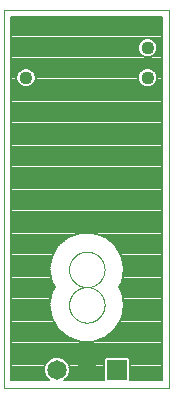
<source format=gbl>
G75*
%MOIN*%
%OFA0B0*%
%FSLAX25Y25*%
%IPPOS*%
%LPD*%
%AMOC8*
5,1,8,0,0,1.08239X$1,22.5*
%
%ADD10C,0.00000*%
%ADD11R,0.06500X0.06500*%
%ADD12C,0.06500*%
%ADD13C,0.04362*%
%ADD14C,0.00700*%
D10*
X0005685Y0001350D02*
X0005685Y0127334D01*
X0060804Y0127334D01*
X0060804Y0001350D01*
X0005685Y0001350D01*
X0027339Y0028909D02*
X0027341Y0029062D01*
X0027347Y0029216D01*
X0027357Y0029369D01*
X0027371Y0029521D01*
X0027389Y0029674D01*
X0027411Y0029825D01*
X0027436Y0029976D01*
X0027466Y0030127D01*
X0027500Y0030277D01*
X0027537Y0030425D01*
X0027578Y0030573D01*
X0027623Y0030719D01*
X0027672Y0030865D01*
X0027725Y0031009D01*
X0027781Y0031151D01*
X0027841Y0031292D01*
X0027905Y0031432D01*
X0027972Y0031570D01*
X0028043Y0031706D01*
X0028118Y0031840D01*
X0028195Y0031972D01*
X0028277Y0032102D01*
X0028361Y0032230D01*
X0028449Y0032356D01*
X0028540Y0032479D01*
X0028634Y0032600D01*
X0028732Y0032718D01*
X0028832Y0032834D01*
X0028936Y0032947D01*
X0029042Y0033058D01*
X0029151Y0033166D01*
X0029263Y0033271D01*
X0029377Y0033372D01*
X0029495Y0033471D01*
X0029614Y0033567D01*
X0029736Y0033660D01*
X0029861Y0033749D01*
X0029988Y0033836D01*
X0030117Y0033918D01*
X0030248Y0033998D01*
X0030381Y0034074D01*
X0030516Y0034147D01*
X0030653Y0034216D01*
X0030792Y0034281D01*
X0030932Y0034343D01*
X0031074Y0034401D01*
X0031217Y0034456D01*
X0031362Y0034507D01*
X0031508Y0034554D01*
X0031655Y0034597D01*
X0031803Y0034636D01*
X0031952Y0034672D01*
X0032102Y0034703D01*
X0032253Y0034731D01*
X0032404Y0034755D01*
X0032557Y0034775D01*
X0032709Y0034791D01*
X0032862Y0034803D01*
X0033015Y0034811D01*
X0033168Y0034815D01*
X0033322Y0034815D01*
X0033475Y0034811D01*
X0033628Y0034803D01*
X0033781Y0034791D01*
X0033933Y0034775D01*
X0034086Y0034755D01*
X0034237Y0034731D01*
X0034388Y0034703D01*
X0034538Y0034672D01*
X0034687Y0034636D01*
X0034835Y0034597D01*
X0034982Y0034554D01*
X0035128Y0034507D01*
X0035273Y0034456D01*
X0035416Y0034401D01*
X0035558Y0034343D01*
X0035698Y0034281D01*
X0035837Y0034216D01*
X0035974Y0034147D01*
X0036109Y0034074D01*
X0036242Y0033998D01*
X0036373Y0033918D01*
X0036502Y0033836D01*
X0036629Y0033749D01*
X0036754Y0033660D01*
X0036876Y0033567D01*
X0036995Y0033471D01*
X0037113Y0033372D01*
X0037227Y0033271D01*
X0037339Y0033166D01*
X0037448Y0033058D01*
X0037554Y0032947D01*
X0037658Y0032834D01*
X0037758Y0032718D01*
X0037856Y0032600D01*
X0037950Y0032479D01*
X0038041Y0032356D01*
X0038129Y0032230D01*
X0038213Y0032102D01*
X0038295Y0031972D01*
X0038372Y0031840D01*
X0038447Y0031706D01*
X0038518Y0031570D01*
X0038585Y0031432D01*
X0038649Y0031292D01*
X0038709Y0031151D01*
X0038765Y0031009D01*
X0038818Y0030865D01*
X0038867Y0030719D01*
X0038912Y0030573D01*
X0038953Y0030425D01*
X0038990Y0030277D01*
X0039024Y0030127D01*
X0039054Y0029976D01*
X0039079Y0029825D01*
X0039101Y0029674D01*
X0039119Y0029521D01*
X0039133Y0029369D01*
X0039143Y0029216D01*
X0039149Y0029062D01*
X0039151Y0028909D01*
X0039149Y0028756D01*
X0039143Y0028602D01*
X0039133Y0028449D01*
X0039119Y0028297D01*
X0039101Y0028144D01*
X0039079Y0027993D01*
X0039054Y0027842D01*
X0039024Y0027691D01*
X0038990Y0027541D01*
X0038953Y0027393D01*
X0038912Y0027245D01*
X0038867Y0027099D01*
X0038818Y0026953D01*
X0038765Y0026809D01*
X0038709Y0026667D01*
X0038649Y0026526D01*
X0038585Y0026386D01*
X0038518Y0026248D01*
X0038447Y0026112D01*
X0038372Y0025978D01*
X0038295Y0025846D01*
X0038213Y0025716D01*
X0038129Y0025588D01*
X0038041Y0025462D01*
X0037950Y0025339D01*
X0037856Y0025218D01*
X0037758Y0025100D01*
X0037658Y0024984D01*
X0037554Y0024871D01*
X0037448Y0024760D01*
X0037339Y0024652D01*
X0037227Y0024547D01*
X0037113Y0024446D01*
X0036995Y0024347D01*
X0036876Y0024251D01*
X0036754Y0024158D01*
X0036629Y0024069D01*
X0036502Y0023982D01*
X0036373Y0023900D01*
X0036242Y0023820D01*
X0036109Y0023744D01*
X0035974Y0023671D01*
X0035837Y0023602D01*
X0035698Y0023537D01*
X0035558Y0023475D01*
X0035416Y0023417D01*
X0035273Y0023362D01*
X0035128Y0023311D01*
X0034982Y0023264D01*
X0034835Y0023221D01*
X0034687Y0023182D01*
X0034538Y0023146D01*
X0034388Y0023115D01*
X0034237Y0023087D01*
X0034086Y0023063D01*
X0033933Y0023043D01*
X0033781Y0023027D01*
X0033628Y0023015D01*
X0033475Y0023007D01*
X0033322Y0023003D01*
X0033168Y0023003D01*
X0033015Y0023007D01*
X0032862Y0023015D01*
X0032709Y0023027D01*
X0032557Y0023043D01*
X0032404Y0023063D01*
X0032253Y0023087D01*
X0032102Y0023115D01*
X0031952Y0023146D01*
X0031803Y0023182D01*
X0031655Y0023221D01*
X0031508Y0023264D01*
X0031362Y0023311D01*
X0031217Y0023362D01*
X0031074Y0023417D01*
X0030932Y0023475D01*
X0030792Y0023537D01*
X0030653Y0023602D01*
X0030516Y0023671D01*
X0030381Y0023744D01*
X0030248Y0023820D01*
X0030117Y0023900D01*
X0029988Y0023982D01*
X0029861Y0024069D01*
X0029736Y0024158D01*
X0029614Y0024251D01*
X0029495Y0024347D01*
X0029377Y0024446D01*
X0029263Y0024547D01*
X0029151Y0024652D01*
X0029042Y0024760D01*
X0028936Y0024871D01*
X0028832Y0024984D01*
X0028732Y0025100D01*
X0028634Y0025218D01*
X0028540Y0025339D01*
X0028449Y0025462D01*
X0028361Y0025588D01*
X0028277Y0025716D01*
X0028195Y0025846D01*
X0028118Y0025978D01*
X0028043Y0026112D01*
X0027972Y0026248D01*
X0027905Y0026386D01*
X0027841Y0026526D01*
X0027781Y0026667D01*
X0027725Y0026809D01*
X0027672Y0026953D01*
X0027623Y0027099D01*
X0027578Y0027245D01*
X0027537Y0027393D01*
X0027500Y0027541D01*
X0027466Y0027691D01*
X0027436Y0027842D01*
X0027411Y0027993D01*
X0027389Y0028144D01*
X0027371Y0028297D01*
X0027357Y0028449D01*
X0027347Y0028602D01*
X0027341Y0028756D01*
X0027339Y0028909D01*
X0027339Y0040720D02*
X0027341Y0040873D01*
X0027347Y0041027D01*
X0027357Y0041180D01*
X0027371Y0041332D01*
X0027389Y0041485D01*
X0027411Y0041636D01*
X0027436Y0041787D01*
X0027466Y0041938D01*
X0027500Y0042088D01*
X0027537Y0042236D01*
X0027578Y0042384D01*
X0027623Y0042530D01*
X0027672Y0042676D01*
X0027725Y0042820D01*
X0027781Y0042962D01*
X0027841Y0043103D01*
X0027905Y0043243D01*
X0027972Y0043381D01*
X0028043Y0043517D01*
X0028118Y0043651D01*
X0028195Y0043783D01*
X0028277Y0043913D01*
X0028361Y0044041D01*
X0028449Y0044167D01*
X0028540Y0044290D01*
X0028634Y0044411D01*
X0028732Y0044529D01*
X0028832Y0044645D01*
X0028936Y0044758D01*
X0029042Y0044869D01*
X0029151Y0044977D01*
X0029263Y0045082D01*
X0029377Y0045183D01*
X0029495Y0045282D01*
X0029614Y0045378D01*
X0029736Y0045471D01*
X0029861Y0045560D01*
X0029988Y0045647D01*
X0030117Y0045729D01*
X0030248Y0045809D01*
X0030381Y0045885D01*
X0030516Y0045958D01*
X0030653Y0046027D01*
X0030792Y0046092D01*
X0030932Y0046154D01*
X0031074Y0046212D01*
X0031217Y0046267D01*
X0031362Y0046318D01*
X0031508Y0046365D01*
X0031655Y0046408D01*
X0031803Y0046447D01*
X0031952Y0046483D01*
X0032102Y0046514D01*
X0032253Y0046542D01*
X0032404Y0046566D01*
X0032557Y0046586D01*
X0032709Y0046602D01*
X0032862Y0046614D01*
X0033015Y0046622D01*
X0033168Y0046626D01*
X0033322Y0046626D01*
X0033475Y0046622D01*
X0033628Y0046614D01*
X0033781Y0046602D01*
X0033933Y0046586D01*
X0034086Y0046566D01*
X0034237Y0046542D01*
X0034388Y0046514D01*
X0034538Y0046483D01*
X0034687Y0046447D01*
X0034835Y0046408D01*
X0034982Y0046365D01*
X0035128Y0046318D01*
X0035273Y0046267D01*
X0035416Y0046212D01*
X0035558Y0046154D01*
X0035698Y0046092D01*
X0035837Y0046027D01*
X0035974Y0045958D01*
X0036109Y0045885D01*
X0036242Y0045809D01*
X0036373Y0045729D01*
X0036502Y0045647D01*
X0036629Y0045560D01*
X0036754Y0045471D01*
X0036876Y0045378D01*
X0036995Y0045282D01*
X0037113Y0045183D01*
X0037227Y0045082D01*
X0037339Y0044977D01*
X0037448Y0044869D01*
X0037554Y0044758D01*
X0037658Y0044645D01*
X0037758Y0044529D01*
X0037856Y0044411D01*
X0037950Y0044290D01*
X0038041Y0044167D01*
X0038129Y0044041D01*
X0038213Y0043913D01*
X0038295Y0043783D01*
X0038372Y0043651D01*
X0038447Y0043517D01*
X0038518Y0043381D01*
X0038585Y0043243D01*
X0038649Y0043103D01*
X0038709Y0042962D01*
X0038765Y0042820D01*
X0038818Y0042676D01*
X0038867Y0042530D01*
X0038912Y0042384D01*
X0038953Y0042236D01*
X0038990Y0042088D01*
X0039024Y0041938D01*
X0039054Y0041787D01*
X0039079Y0041636D01*
X0039101Y0041485D01*
X0039119Y0041332D01*
X0039133Y0041180D01*
X0039143Y0041027D01*
X0039149Y0040873D01*
X0039151Y0040720D01*
X0039149Y0040567D01*
X0039143Y0040413D01*
X0039133Y0040260D01*
X0039119Y0040108D01*
X0039101Y0039955D01*
X0039079Y0039804D01*
X0039054Y0039653D01*
X0039024Y0039502D01*
X0038990Y0039352D01*
X0038953Y0039204D01*
X0038912Y0039056D01*
X0038867Y0038910D01*
X0038818Y0038764D01*
X0038765Y0038620D01*
X0038709Y0038478D01*
X0038649Y0038337D01*
X0038585Y0038197D01*
X0038518Y0038059D01*
X0038447Y0037923D01*
X0038372Y0037789D01*
X0038295Y0037657D01*
X0038213Y0037527D01*
X0038129Y0037399D01*
X0038041Y0037273D01*
X0037950Y0037150D01*
X0037856Y0037029D01*
X0037758Y0036911D01*
X0037658Y0036795D01*
X0037554Y0036682D01*
X0037448Y0036571D01*
X0037339Y0036463D01*
X0037227Y0036358D01*
X0037113Y0036257D01*
X0036995Y0036158D01*
X0036876Y0036062D01*
X0036754Y0035969D01*
X0036629Y0035880D01*
X0036502Y0035793D01*
X0036373Y0035711D01*
X0036242Y0035631D01*
X0036109Y0035555D01*
X0035974Y0035482D01*
X0035837Y0035413D01*
X0035698Y0035348D01*
X0035558Y0035286D01*
X0035416Y0035228D01*
X0035273Y0035173D01*
X0035128Y0035122D01*
X0034982Y0035075D01*
X0034835Y0035032D01*
X0034687Y0034993D01*
X0034538Y0034957D01*
X0034388Y0034926D01*
X0034237Y0034898D01*
X0034086Y0034874D01*
X0033933Y0034854D01*
X0033781Y0034838D01*
X0033628Y0034826D01*
X0033475Y0034818D01*
X0033322Y0034814D01*
X0033168Y0034814D01*
X0033015Y0034818D01*
X0032862Y0034826D01*
X0032709Y0034838D01*
X0032557Y0034854D01*
X0032404Y0034874D01*
X0032253Y0034898D01*
X0032102Y0034926D01*
X0031952Y0034957D01*
X0031803Y0034993D01*
X0031655Y0035032D01*
X0031508Y0035075D01*
X0031362Y0035122D01*
X0031217Y0035173D01*
X0031074Y0035228D01*
X0030932Y0035286D01*
X0030792Y0035348D01*
X0030653Y0035413D01*
X0030516Y0035482D01*
X0030381Y0035555D01*
X0030248Y0035631D01*
X0030117Y0035711D01*
X0029988Y0035793D01*
X0029861Y0035880D01*
X0029736Y0035969D01*
X0029614Y0036062D01*
X0029495Y0036158D01*
X0029377Y0036257D01*
X0029263Y0036358D01*
X0029151Y0036463D01*
X0029042Y0036571D01*
X0028936Y0036682D01*
X0028832Y0036795D01*
X0028732Y0036911D01*
X0028634Y0037029D01*
X0028540Y0037150D01*
X0028449Y0037273D01*
X0028361Y0037399D01*
X0028277Y0037527D01*
X0028195Y0037657D01*
X0028118Y0037789D01*
X0028043Y0037923D01*
X0027972Y0038059D01*
X0027905Y0038197D01*
X0027841Y0038337D01*
X0027781Y0038478D01*
X0027725Y0038620D01*
X0027672Y0038764D01*
X0027623Y0038910D01*
X0027578Y0039056D01*
X0027537Y0039204D01*
X0027500Y0039352D01*
X0027466Y0039502D01*
X0027436Y0039653D01*
X0027411Y0039804D01*
X0027389Y0039955D01*
X0027371Y0040108D01*
X0027357Y0040260D01*
X0027347Y0040413D01*
X0027341Y0040567D01*
X0027339Y0040720D01*
D11*
X0043245Y0007256D03*
D12*
X0033245Y0007256D03*
X0023245Y0007256D03*
D13*
X0012969Y0104618D03*
X0012969Y0114618D03*
X0053520Y0114618D03*
X0053520Y0104618D03*
D14*
X0054948Y0107524D02*
X0058454Y0107524D01*
X0058454Y0108222D02*
X0008035Y0108222D01*
X0008035Y0107524D02*
X0011541Y0107524D01*
X0011139Y0107357D02*
X0010230Y0106448D01*
X0009738Y0105260D01*
X0009738Y0103975D01*
X0010230Y0102787D01*
X0011139Y0101879D01*
X0012326Y0101387D01*
X0013612Y0101387D01*
X0014799Y0101879D01*
X0015708Y0102787D01*
X0016200Y0103975D01*
X0016200Y0105260D01*
X0015708Y0106448D01*
X0014799Y0107357D01*
X0013612Y0107849D01*
X0012326Y0107849D01*
X0011139Y0107357D01*
X0010607Y0106825D02*
X0008035Y0106825D01*
X0008035Y0106127D02*
X0010097Y0106127D01*
X0009807Y0105428D02*
X0008035Y0105428D01*
X0008035Y0104730D02*
X0009738Y0104730D01*
X0009738Y0104031D02*
X0008035Y0104031D01*
X0008035Y0103333D02*
X0010004Y0103333D01*
X0010383Y0102634D02*
X0008035Y0102634D01*
X0008035Y0101936D02*
X0011082Y0101936D01*
X0008035Y0101237D02*
X0058454Y0101237D01*
X0058454Y0100539D02*
X0008035Y0100539D01*
X0008035Y0099840D02*
X0058454Y0099840D01*
X0058454Y0099142D02*
X0008035Y0099142D01*
X0008035Y0098443D02*
X0058454Y0098443D01*
X0058454Y0097745D02*
X0008035Y0097745D01*
X0008035Y0097046D02*
X0058454Y0097046D01*
X0058454Y0096348D02*
X0008035Y0096348D01*
X0008035Y0095649D02*
X0058454Y0095649D01*
X0058454Y0094951D02*
X0008035Y0094951D01*
X0008035Y0094252D02*
X0058454Y0094252D01*
X0058454Y0093553D02*
X0008035Y0093553D01*
X0008035Y0092855D02*
X0058454Y0092855D01*
X0058454Y0092156D02*
X0008035Y0092156D01*
X0008035Y0091458D02*
X0058454Y0091458D01*
X0058454Y0090759D02*
X0008035Y0090759D01*
X0008035Y0090061D02*
X0058454Y0090061D01*
X0058454Y0089362D02*
X0008035Y0089362D01*
X0008035Y0088664D02*
X0058454Y0088664D01*
X0058454Y0087965D02*
X0008035Y0087965D01*
X0008035Y0087267D02*
X0058454Y0087267D01*
X0058454Y0086568D02*
X0008035Y0086568D01*
X0008035Y0085870D02*
X0058454Y0085870D01*
X0058454Y0085171D02*
X0008035Y0085171D01*
X0008035Y0084473D02*
X0058454Y0084473D01*
X0058454Y0083774D02*
X0008035Y0083774D01*
X0008035Y0083076D02*
X0058454Y0083076D01*
X0058454Y0082377D02*
X0008035Y0082377D01*
X0008035Y0081679D02*
X0058454Y0081679D01*
X0058454Y0080980D02*
X0008035Y0080980D01*
X0008035Y0080282D02*
X0058454Y0080282D01*
X0058454Y0079583D02*
X0008035Y0079583D01*
X0008035Y0078885D02*
X0058454Y0078885D01*
X0058454Y0078186D02*
X0008035Y0078186D01*
X0008035Y0077488D02*
X0058454Y0077488D01*
X0058454Y0076789D02*
X0008035Y0076789D01*
X0008035Y0076091D02*
X0058454Y0076091D01*
X0058454Y0075392D02*
X0008035Y0075392D01*
X0008035Y0074694D02*
X0058454Y0074694D01*
X0058454Y0073995D02*
X0008035Y0073995D01*
X0008035Y0073297D02*
X0058454Y0073297D01*
X0058454Y0072598D02*
X0008035Y0072598D01*
X0008035Y0071900D02*
X0058454Y0071900D01*
X0058454Y0071201D02*
X0008035Y0071201D01*
X0008035Y0070503D02*
X0058454Y0070503D01*
X0058454Y0069804D02*
X0008035Y0069804D01*
X0008035Y0069106D02*
X0058454Y0069106D01*
X0058454Y0068407D02*
X0008035Y0068407D01*
X0008035Y0067709D02*
X0058454Y0067709D01*
X0058454Y0067010D02*
X0008035Y0067010D01*
X0008035Y0066312D02*
X0058454Y0066312D01*
X0058454Y0065613D02*
X0008035Y0065613D01*
X0008035Y0064915D02*
X0058454Y0064915D01*
X0058454Y0064216D02*
X0008035Y0064216D01*
X0008035Y0063518D02*
X0058454Y0063518D01*
X0058454Y0062819D02*
X0008035Y0062819D01*
X0008035Y0062120D02*
X0058454Y0062120D01*
X0058454Y0061422D02*
X0008035Y0061422D01*
X0008035Y0060723D02*
X0058454Y0060723D01*
X0058454Y0060025D02*
X0008035Y0060025D01*
X0008035Y0059326D02*
X0058454Y0059326D01*
X0058454Y0058628D02*
X0008035Y0058628D01*
X0008035Y0057929D02*
X0058454Y0057929D01*
X0058454Y0057231D02*
X0008035Y0057231D01*
X0008035Y0056532D02*
X0058454Y0056532D01*
X0058454Y0055834D02*
X0008035Y0055834D01*
X0008035Y0055135D02*
X0058454Y0055135D01*
X0058454Y0054437D02*
X0008035Y0054437D01*
X0008035Y0053738D02*
X0058454Y0053738D01*
X0058454Y0053040D02*
X0008035Y0053040D01*
X0008035Y0052341D02*
X0029294Y0052341D01*
X0031081Y0052992D02*
X0027014Y0051512D01*
X0023699Y0048730D01*
X0023699Y0048730D01*
X0021535Y0044982D01*
X0020784Y0040720D01*
X0021535Y0036458D01*
X0022484Y0034815D01*
X0021535Y0033171D01*
X0021535Y0033171D01*
X0020784Y0028909D01*
X0021535Y0024647D01*
X0023699Y0020899D01*
X0027014Y0018117D01*
X0031081Y0016637D01*
X0035408Y0016637D01*
X0039475Y0018117D01*
X0042790Y0020899D01*
X0042790Y0020899D01*
X0044954Y0024647D01*
X0044954Y0024647D01*
X0045706Y0028909D01*
X0044954Y0033171D01*
X0044005Y0034815D01*
X0044954Y0036458D01*
X0044954Y0036458D01*
X0045706Y0040720D01*
X0044954Y0044982D01*
X0042790Y0048730D01*
X0039475Y0051512D01*
X0035408Y0052992D01*
X0031081Y0052992D01*
X0027374Y0051643D02*
X0008035Y0051643D01*
X0008035Y0050944D02*
X0026338Y0050944D01*
X0027014Y0051512D02*
X0027014Y0051512D01*
X0025505Y0050246D02*
X0008035Y0050246D01*
X0008035Y0049547D02*
X0024673Y0049547D01*
X0023841Y0048849D02*
X0008035Y0048849D01*
X0008035Y0048150D02*
X0023364Y0048150D01*
X0022961Y0047452D02*
X0008035Y0047452D01*
X0008035Y0046753D02*
X0022558Y0046753D01*
X0022154Y0046055D02*
X0008035Y0046055D01*
X0008035Y0045356D02*
X0021751Y0045356D01*
X0021535Y0044982D02*
X0021535Y0044982D01*
X0021478Y0044658D02*
X0008035Y0044658D01*
X0008035Y0043959D02*
X0021355Y0043959D01*
X0021231Y0043261D02*
X0008035Y0043261D01*
X0008035Y0042562D02*
X0021108Y0042562D01*
X0020985Y0041864D02*
X0008035Y0041864D01*
X0008035Y0041165D02*
X0020862Y0041165D01*
X0020784Y0040720D02*
X0020784Y0040720D01*
X0020828Y0040467D02*
X0008035Y0040467D01*
X0008035Y0039768D02*
X0020951Y0039768D01*
X0021075Y0039070D02*
X0008035Y0039070D01*
X0008035Y0038371D02*
X0021198Y0038371D01*
X0021321Y0037673D02*
X0008035Y0037673D01*
X0008035Y0036974D02*
X0021444Y0036974D01*
X0021535Y0036458D02*
X0021535Y0036458D01*
X0021640Y0036276D02*
X0008035Y0036276D01*
X0008035Y0035577D02*
X0022044Y0035577D01*
X0022447Y0034879D02*
X0008035Y0034879D01*
X0008035Y0034180D02*
X0022118Y0034180D01*
X0021714Y0033482D02*
X0008035Y0033482D01*
X0008035Y0032783D02*
X0021467Y0032783D01*
X0021343Y0032084D02*
X0008035Y0032084D01*
X0008035Y0031386D02*
X0021220Y0031386D01*
X0021097Y0030687D02*
X0008035Y0030687D01*
X0008035Y0029989D02*
X0020974Y0029989D01*
X0020851Y0029290D02*
X0008035Y0029290D01*
X0008035Y0028592D02*
X0020839Y0028592D01*
X0020784Y0028909D02*
X0020784Y0028909D01*
X0020963Y0027893D02*
X0008035Y0027893D01*
X0008035Y0027195D02*
X0021086Y0027195D01*
X0021209Y0026496D02*
X0008035Y0026496D01*
X0008035Y0025798D02*
X0021332Y0025798D01*
X0021455Y0025099D02*
X0008035Y0025099D01*
X0008035Y0024401D02*
X0021677Y0024401D01*
X0021535Y0024647D02*
X0021535Y0024647D01*
X0022080Y0023702D02*
X0008035Y0023702D01*
X0008035Y0023004D02*
X0022484Y0023004D01*
X0022887Y0022305D02*
X0008035Y0022305D01*
X0008035Y0021607D02*
X0023290Y0021607D01*
X0023694Y0020908D02*
X0008035Y0020908D01*
X0008035Y0020210D02*
X0024520Y0020210D01*
X0023699Y0020899D02*
X0023699Y0020899D01*
X0023699Y0020899D01*
X0025353Y0019511D02*
X0008035Y0019511D01*
X0008035Y0018813D02*
X0026185Y0018813D01*
X0027014Y0018117D02*
X0027014Y0018117D01*
X0027023Y0018114D02*
X0008035Y0018114D01*
X0008035Y0017416D02*
X0028942Y0017416D01*
X0030861Y0016717D02*
X0008035Y0016717D01*
X0008035Y0016019D02*
X0058454Y0016019D01*
X0058454Y0016717D02*
X0035628Y0016717D01*
X0037547Y0017416D02*
X0058454Y0017416D01*
X0058454Y0018114D02*
X0039466Y0018114D01*
X0039475Y0018117D02*
X0039475Y0018117D01*
X0040304Y0018813D02*
X0058454Y0018813D01*
X0058454Y0019511D02*
X0041136Y0019511D01*
X0041969Y0020210D02*
X0058454Y0020210D01*
X0058454Y0020908D02*
X0042795Y0020908D01*
X0043199Y0021607D02*
X0058454Y0021607D01*
X0058454Y0022305D02*
X0043602Y0022305D01*
X0044005Y0023004D02*
X0058454Y0023004D01*
X0058454Y0023702D02*
X0044409Y0023702D01*
X0044812Y0024401D02*
X0058454Y0024401D01*
X0058454Y0025099D02*
X0045034Y0025099D01*
X0045157Y0025798D02*
X0058454Y0025798D01*
X0058454Y0026496D02*
X0045280Y0026496D01*
X0045403Y0027195D02*
X0058454Y0027195D01*
X0058454Y0027893D02*
X0045526Y0027893D01*
X0045650Y0028592D02*
X0058454Y0028592D01*
X0058454Y0029290D02*
X0045638Y0029290D01*
X0045515Y0029989D02*
X0058454Y0029989D01*
X0058454Y0030687D02*
X0045392Y0030687D01*
X0045269Y0031386D02*
X0058454Y0031386D01*
X0058454Y0032084D02*
X0045146Y0032084D01*
X0045022Y0032783D02*
X0058454Y0032783D01*
X0058454Y0033482D02*
X0044775Y0033482D01*
X0044954Y0033171D02*
X0044954Y0033171D01*
X0044371Y0034180D02*
X0058454Y0034180D01*
X0058454Y0034879D02*
X0044042Y0034879D01*
X0044445Y0035577D02*
X0058454Y0035577D01*
X0058454Y0036276D02*
X0044849Y0036276D01*
X0045045Y0036974D02*
X0058454Y0036974D01*
X0058454Y0037673D02*
X0045168Y0037673D01*
X0045291Y0038371D02*
X0058454Y0038371D01*
X0058454Y0039070D02*
X0045415Y0039070D01*
X0045538Y0039768D02*
X0058454Y0039768D01*
X0058454Y0040467D02*
X0045661Y0040467D01*
X0045627Y0041165D02*
X0058454Y0041165D01*
X0058454Y0041864D02*
X0045504Y0041864D01*
X0045381Y0042562D02*
X0058454Y0042562D01*
X0058454Y0043261D02*
X0045258Y0043261D01*
X0045134Y0043959D02*
X0058454Y0043959D01*
X0058454Y0044658D02*
X0045011Y0044658D01*
X0044954Y0044982D02*
X0044954Y0044982D01*
X0044738Y0045356D02*
X0058454Y0045356D01*
X0058454Y0046055D02*
X0044335Y0046055D01*
X0043931Y0046753D02*
X0058454Y0046753D01*
X0058454Y0047452D02*
X0043528Y0047452D01*
X0043125Y0048150D02*
X0058454Y0048150D01*
X0058454Y0048849D02*
X0042648Y0048849D01*
X0042790Y0048730D02*
X0042790Y0048730D01*
X0042790Y0048730D01*
X0041816Y0049547D02*
X0058454Y0049547D01*
X0058454Y0050246D02*
X0040984Y0050246D01*
X0040151Y0050944D02*
X0058454Y0050944D01*
X0058454Y0051643D02*
X0039115Y0051643D01*
X0037195Y0052341D02*
X0058454Y0052341D01*
X0058454Y0015320D02*
X0008035Y0015320D01*
X0008035Y0014622D02*
X0058454Y0014622D01*
X0058454Y0013923D02*
X0008035Y0013923D01*
X0008035Y0013225D02*
X0058454Y0013225D01*
X0058454Y0012526D02*
X0008035Y0012526D01*
X0008035Y0011828D02*
X0058454Y0011828D01*
X0058454Y0011129D02*
X0047356Y0011129D01*
X0047545Y0010940D02*
X0046929Y0011555D01*
X0039560Y0011555D01*
X0038945Y0010940D01*
X0038945Y0003700D01*
X0025770Y0003700D01*
X0026890Y0004820D01*
X0027545Y0006400D01*
X0027545Y0008111D01*
X0026890Y0009691D01*
X0025680Y0010901D01*
X0024100Y0011555D01*
X0022389Y0011555D01*
X0020809Y0010901D01*
X0019599Y0009691D01*
X0018945Y0008111D01*
X0018945Y0006400D01*
X0019599Y0004820D01*
X0020719Y0003700D01*
X0008035Y0003700D01*
X0008035Y0124984D01*
X0058454Y0124984D01*
X0058454Y0003700D01*
X0047545Y0003700D01*
X0047545Y0010940D01*
X0047545Y0010431D02*
X0058454Y0010431D01*
X0058454Y0009732D02*
X0047545Y0009732D01*
X0047545Y0009034D02*
X0058454Y0009034D01*
X0058454Y0008335D02*
X0047545Y0008335D01*
X0047545Y0007637D02*
X0058454Y0007637D01*
X0058454Y0006938D02*
X0047545Y0006938D01*
X0047545Y0006240D02*
X0058454Y0006240D01*
X0058454Y0005541D02*
X0047545Y0005541D01*
X0047545Y0004843D02*
X0058454Y0004843D01*
X0058454Y0004144D02*
X0047545Y0004144D01*
X0038945Y0004144D02*
X0026214Y0004144D01*
X0026899Y0004843D02*
X0038945Y0004843D01*
X0038945Y0005541D02*
X0027189Y0005541D01*
X0027478Y0006240D02*
X0038945Y0006240D01*
X0038945Y0006938D02*
X0027545Y0006938D01*
X0027545Y0007637D02*
X0038945Y0007637D01*
X0038945Y0008335D02*
X0027452Y0008335D01*
X0027162Y0009034D02*
X0038945Y0009034D01*
X0038945Y0009732D02*
X0026849Y0009732D01*
X0026150Y0010431D02*
X0038945Y0010431D01*
X0039133Y0011129D02*
X0025129Y0011129D01*
X0021360Y0011129D02*
X0008035Y0011129D01*
X0008035Y0010431D02*
X0020339Y0010431D01*
X0019640Y0009732D02*
X0008035Y0009732D01*
X0008035Y0009034D02*
X0019327Y0009034D01*
X0019037Y0008335D02*
X0008035Y0008335D01*
X0008035Y0007637D02*
X0018945Y0007637D01*
X0018945Y0006938D02*
X0008035Y0006938D01*
X0008035Y0006240D02*
X0019011Y0006240D01*
X0019300Y0005541D02*
X0008035Y0005541D01*
X0008035Y0004843D02*
X0019590Y0004843D01*
X0020275Y0004144D02*
X0008035Y0004144D01*
X0051690Y0101879D02*
X0052877Y0101387D01*
X0054163Y0101387D01*
X0055350Y0101879D01*
X0056259Y0102787D01*
X0056751Y0103975D01*
X0056751Y0105260D01*
X0056259Y0106448D01*
X0055350Y0107357D01*
X0054163Y0107849D01*
X0052877Y0107849D01*
X0051690Y0107357D01*
X0050781Y0106448D01*
X0050289Y0105260D01*
X0050289Y0103975D01*
X0050781Y0102787D01*
X0051690Y0101879D01*
X0051633Y0101936D02*
X0014856Y0101936D01*
X0015555Y0102634D02*
X0050934Y0102634D01*
X0050555Y0103333D02*
X0015934Y0103333D01*
X0016200Y0104031D02*
X0050289Y0104031D01*
X0050289Y0104730D02*
X0016200Y0104730D01*
X0016131Y0105428D02*
X0050359Y0105428D01*
X0050648Y0106127D02*
X0015841Y0106127D01*
X0015331Y0106825D02*
X0051158Y0106825D01*
X0052093Y0107524D02*
X0014396Y0107524D01*
X0008035Y0108921D02*
X0058454Y0108921D01*
X0058454Y0109619D02*
X0008035Y0109619D01*
X0008035Y0110318D02*
X0058454Y0110318D01*
X0058454Y0111016D02*
X0008035Y0111016D01*
X0008035Y0111715D02*
X0052085Y0111715D01*
X0051690Y0111879D02*
X0052877Y0111387D01*
X0054163Y0111387D01*
X0055350Y0111879D01*
X0056259Y0112787D01*
X0056751Y0113975D01*
X0056751Y0115260D01*
X0056259Y0116448D01*
X0055350Y0117357D01*
X0054163Y0117849D01*
X0052877Y0117849D01*
X0051690Y0117357D01*
X0050781Y0116448D01*
X0050289Y0115260D01*
X0050289Y0113975D01*
X0050781Y0112787D01*
X0051690Y0111879D01*
X0051155Y0112413D02*
X0008035Y0112413D01*
X0008035Y0113112D02*
X0050647Y0113112D01*
X0050357Y0113810D02*
X0008035Y0113810D01*
X0008035Y0114509D02*
X0050289Y0114509D01*
X0050289Y0115207D02*
X0008035Y0115207D01*
X0008035Y0115906D02*
X0050556Y0115906D01*
X0050937Y0116604D02*
X0008035Y0116604D01*
X0008035Y0117303D02*
X0051636Y0117303D01*
X0054955Y0111715D02*
X0058454Y0111715D01*
X0058454Y0112413D02*
X0055885Y0112413D01*
X0056394Y0113112D02*
X0058454Y0113112D01*
X0058454Y0113810D02*
X0056683Y0113810D01*
X0056751Y0114509D02*
X0058454Y0114509D01*
X0058454Y0115207D02*
X0056751Y0115207D01*
X0056484Y0115906D02*
X0058454Y0115906D01*
X0058454Y0116604D02*
X0056103Y0116604D01*
X0055404Y0117303D02*
X0058454Y0117303D01*
X0058454Y0118001D02*
X0008035Y0118001D01*
X0008035Y0118700D02*
X0058454Y0118700D01*
X0058454Y0119398D02*
X0008035Y0119398D01*
X0008035Y0120097D02*
X0058454Y0120097D01*
X0058454Y0120795D02*
X0008035Y0120795D01*
X0008035Y0121494D02*
X0058454Y0121494D01*
X0058454Y0122192D02*
X0008035Y0122192D01*
X0008035Y0122891D02*
X0058454Y0122891D01*
X0058454Y0123589D02*
X0008035Y0123589D01*
X0008035Y0124288D02*
X0058454Y0124288D01*
X0058454Y0106825D02*
X0055882Y0106825D01*
X0056392Y0106127D02*
X0058454Y0106127D01*
X0058454Y0105428D02*
X0056682Y0105428D01*
X0056751Y0104730D02*
X0058454Y0104730D01*
X0058454Y0104031D02*
X0056751Y0104031D01*
X0056485Y0103333D02*
X0058454Y0103333D01*
X0058454Y0102634D02*
X0056106Y0102634D01*
X0055407Y0101936D02*
X0058454Y0101936D01*
M02*

</source>
